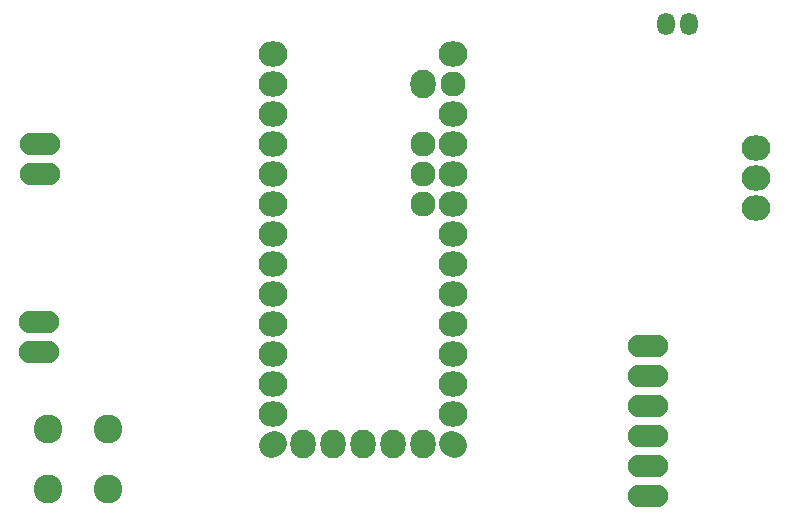
<source format=gbr>
G04 #@! TF.FileFunction,Soldermask,Bot*
%FSLAX46Y46*%
G04 Gerber Fmt 4.6, Leading zero omitted, Abs format (unit mm)*
G04 Created by KiCad (PCBNEW 4.0.2+dfsg1-stable) date mar. 31 janv. 2017 17:52:21 CET*
%MOMM*%
G01*
G04 APERTURE LIST*
%ADD10C,0.050000*%
%ADD11O,3.414980X1.906220*%
%ADD12O,1.500000X1.924000*%
%ADD13C,2.432000*%
%ADD14O,2.432000X2.127200*%
%ADD15O,2.127200X2.127200*%
%ADD16O,2.127200X2.432000*%
%ADD17C,2.127200*%
G04 APERTURE END LIST*
D10*
D11*
X-27305000Y6350000D03*
X-27305000Y8890000D03*
X-27400000Y-8695000D03*
X-27400000Y-6155000D03*
X24130000Y-8255000D03*
X24130000Y-10795000D03*
X24130000Y-13335000D03*
X24130000Y-15875000D03*
X24130000Y-18415000D03*
X24130000Y-20955000D03*
D12*
X25670000Y19050000D03*
X27670000Y19050000D03*
D13*
X-21590000Y-15240000D03*
X-21590000Y-20320000D03*
X-26670000Y-20320000D03*
X-26670000Y-15240000D03*
D14*
X33300000Y3470000D03*
X33300000Y6010000D03*
X33300000Y8550000D03*
D15*
X5080000Y3810000D03*
X5080000Y6350000D03*
X5080000Y8890000D03*
D16*
X0Y-16510000D03*
D14*
X-7620000Y16510000D03*
X-7620000Y13970000D03*
X-7620000Y11430000D03*
X-7620000Y8890000D03*
X-7620000Y6350000D03*
X-7620000Y3810000D03*
X-7620000Y1270000D03*
X-7620000Y-1270000D03*
X-7620000Y-3810000D03*
X-7620000Y-6350000D03*
X-7620000Y-8890000D03*
X-7620000Y-11430000D03*
X-7620000Y-13970000D03*
D17*
X-7727763Y-16617763D02*
X-7512237Y-16402237D01*
D16*
X-5080000Y-16510000D03*
X-2540000Y-16510000D03*
X2540000Y-16510000D03*
X5080000Y-16510000D03*
X5080000Y13970000D03*
D17*
X7512237Y-16402237D02*
X7727763Y-16617763D01*
D14*
X7620000Y-13970000D03*
X7620000Y-11430000D03*
X7620000Y-8890000D03*
X7620000Y-6350000D03*
X7620000Y-3810000D03*
X7620000Y-1270000D03*
X7620000Y1270000D03*
X7620000Y3810000D03*
X7620000Y6350000D03*
X7620000Y8890000D03*
X7620000Y11430000D03*
D15*
X7620000Y13970000D03*
D14*
X7620000Y16510000D03*
M02*

</source>
